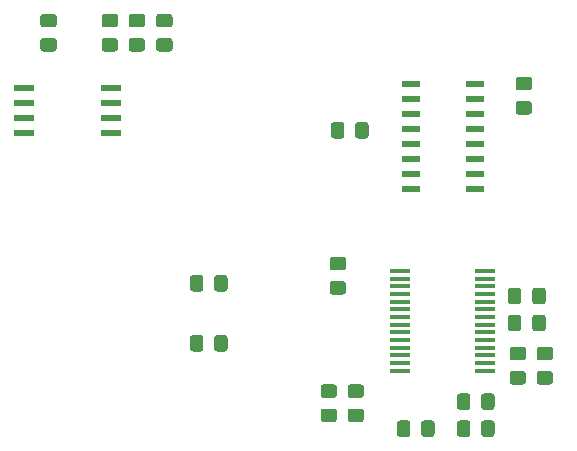
<source format=gbr>
%TF.GenerationSoftware,KiCad,Pcbnew,5.99.0+really5.1.10+dfsg1-1*%
%TF.CreationDate,2022-01-03T15:11:42+11:00*%
%TF.ProjectId,els,656c732e-6b69-4636-9164-5f7063625858,v0.1*%
%TF.SameCoordinates,PX3938700PY8a48640*%
%TF.FileFunction,Paste,Top*%
%TF.FilePolarity,Positive*%
%FSLAX46Y46*%
G04 Gerber Fmt 4.6, Leading zero omitted, Abs format (unit mm)*
G04 Created by KiCad (PCBNEW 5.99.0+really5.1.10+dfsg1-1) date 2022-01-03 15:11:42*
%MOMM*%
%LPD*%
G01*
G04 APERTURE LIST*
%ADD10R,1.750000X0.450000*%
%ADD11R,1.500000X0.600000*%
%ADD12R,1.750000X0.550000*%
G04 APERTURE END LIST*
%TO.C,R6*%
G36*
G01*
X77250001Y69500000D02*
X76349999Y69500000D01*
G75*
G02*
X76100000Y69749999I0J249999D01*
G01*
X76100000Y70400001D01*
G75*
G02*
X76349999Y70650000I249999J0D01*
G01*
X77250001Y70650000D01*
G75*
G02*
X77500000Y70400001I0J-249999D01*
G01*
X77500000Y69749999D01*
G75*
G02*
X77250001Y69500000I-249999J0D01*
G01*
G37*
G36*
G01*
X77250001Y67450000D02*
X76349999Y67450000D01*
G75*
G02*
X76100000Y67699999I0J249999D01*
G01*
X76100000Y68350001D01*
G75*
G02*
X76349999Y68600000I249999J0D01*
G01*
X77250001Y68600000D01*
G75*
G02*
X77500000Y68350001I0J-249999D01*
G01*
X77500000Y67699999D01*
G75*
G02*
X77250001Y67450000I-249999J0D01*
G01*
G37*
%TD*%
%TO.C,R1*%
G36*
G01*
X86149999Y68600000D02*
X87050001Y68600000D01*
G75*
G02*
X87300000Y68350001I0J-249999D01*
G01*
X87300000Y67699999D01*
G75*
G02*
X87050001Y67450000I-249999J0D01*
G01*
X86149999Y67450000D01*
G75*
G02*
X85900000Y67699999I0J249999D01*
G01*
X85900000Y68350001D01*
G75*
G02*
X86149999Y68600000I249999J0D01*
G01*
G37*
G36*
G01*
X86149999Y70650000D02*
X87050001Y70650000D01*
G75*
G02*
X87300000Y70400001I0J-249999D01*
G01*
X87300000Y69749999D01*
G75*
G02*
X87050001Y69500000I-249999J0D01*
G01*
X86149999Y69500000D01*
G75*
G02*
X85900000Y69749999I0J249999D01*
G01*
X85900000Y70400001D01*
G75*
G02*
X86149999Y70650000I249999J0D01*
G01*
G37*
%TD*%
D10*
%TO.C,U4*%
X113780000Y48895000D03*
X113780000Y48245000D03*
X113780000Y47595000D03*
X113780000Y46945000D03*
X113780000Y46295000D03*
X113780000Y45645000D03*
X113780000Y44995000D03*
X113780000Y44345000D03*
X113780000Y43695000D03*
X113780000Y43045000D03*
X113780000Y42395000D03*
X113780000Y41745000D03*
X113780000Y41095000D03*
X113780000Y40445000D03*
X106580000Y40445000D03*
X106580000Y41095000D03*
X106580000Y41745000D03*
X106580000Y42395000D03*
X106580000Y43045000D03*
X106580000Y43695000D03*
X106580000Y44345000D03*
X106580000Y44995000D03*
X106580000Y45645000D03*
X106580000Y46295000D03*
X106580000Y46945000D03*
X106580000Y47595000D03*
X106580000Y48245000D03*
X106580000Y48895000D03*
%TD*%
D11*
%TO.C,U3*%
X112880000Y64672500D03*
X112880000Y63402500D03*
X112880000Y62132500D03*
X112880000Y60862500D03*
X112880000Y59592500D03*
X112880000Y58322500D03*
X112880000Y57052500D03*
X112880000Y55782500D03*
X107480000Y55782500D03*
X107480000Y57052500D03*
X107480000Y58322500D03*
X107480000Y59592500D03*
X107480000Y60862500D03*
X107480000Y62132500D03*
X107480000Y63402500D03*
X107480000Y64672500D03*
%TD*%
D12*
%TO.C,U2*%
X82130000Y64355000D03*
X82130000Y63085000D03*
X82130000Y61815000D03*
X82130000Y60545000D03*
X74730000Y60545000D03*
X74730000Y61815000D03*
X74730000Y63085000D03*
X74730000Y64355000D03*
%TD*%
%TO.C,R5*%
G36*
G01*
X118365999Y40410000D02*
X119266001Y40410000D01*
G75*
G02*
X119516000Y40160001I0J-249999D01*
G01*
X119516000Y39509999D01*
G75*
G02*
X119266001Y39260000I-249999J0D01*
G01*
X118365999Y39260000D01*
G75*
G02*
X118116000Y39509999I0J249999D01*
G01*
X118116000Y40160001D01*
G75*
G02*
X118365999Y40410000I249999J0D01*
G01*
G37*
G36*
G01*
X118365999Y42460000D02*
X119266001Y42460000D01*
G75*
G02*
X119516000Y42210001I0J-249999D01*
G01*
X119516000Y41559999D01*
G75*
G02*
X119266001Y41310000I-249999J0D01*
G01*
X118365999Y41310000D01*
G75*
G02*
X118116000Y41559999I0J249999D01*
G01*
X118116000Y42210001D01*
G75*
G02*
X118365999Y42460000I249999J0D01*
G01*
G37*
%TD*%
%TO.C,R4*%
G36*
G01*
X116079999Y40410000D02*
X116980001Y40410000D01*
G75*
G02*
X117230000Y40160001I0J-249999D01*
G01*
X117230000Y39509999D01*
G75*
G02*
X116980001Y39260000I-249999J0D01*
G01*
X116079999Y39260000D01*
G75*
G02*
X115830000Y39509999I0J249999D01*
G01*
X115830000Y40160001D01*
G75*
G02*
X116079999Y40410000I249999J0D01*
G01*
G37*
G36*
G01*
X116079999Y42460000D02*
X116980001Y42460000D01*
G75*
G02*
X117230000Y42210001I0J-249999D01*
G01*
X117230000Y41559999D01*
G75*
G02*
X116980001Y41310000I-249999J0D01*
G01*
X116079999Y41310000D01*
G75*
G02*
X115830000Y41559999I0J249999D01*
G01*
X115830000Y42210001D01*
G75*
G02*
X116079999Y42460000I249999J0D01*
G01*
G37*
%TD*%
%TO.C,R3*%
G36*
G01*
X101740001Y48930000D02*
X100839999Y48930000D01*
G75*
G02*
X100590000Y49179999I0J249999D01*
G01*
X100590000Y49830001D01*
G75*
G02*
X100839999Y50080000I249999J0D01*
G01*
X101740001Y50080000D01*
G75*
G02*
X101990000Y49830001I0J-249999D01*
G01*
X101990000Y49179999D01*
G75*
G02*
X101740001Y48930000I-249999J0D01*
G01*
G37*
G36*
G01*
X101740001Y46880000D02*
X100839999Y46880000D01*
G75*
G02*
X100590000Y47129999I0J249999D01*
G01*
X100590000Y47780001D01*
G75*
G02*
X100839999Y48030000I249999J0D01*
G01*
X101740001Y48030000D01*
G75*
G02*
X101990000Y47780001I0J-249999D01*
G01*
X101990000Y47129999D01*
G75*
G02*
X101740001Y46880000I-249999J0D01*
G01*
G37*
%TD*%
%TO.C,R2*%
G36*
G01*
X102363999Y37235000D02*
X103264001Y37235000D01*
G75*
G02*
X103514000Y36985001I0J-249999D01*
G01*
X103514000Y36334999D01*
G75*
G02*
X103264001Y36085000I-249999J0D01*
G01*
X102363999Y36085000D01*
G75*
G02*
X102114000Y36334999I0J249999D01*
G01*
X102114000Y36985001D01*
G75*
G02*
X102363999Y37235000I249999J0D01*
G01*
G37*
G36*
G01*
X102363999Y39285000D02*
X103264001Y39285000D01*
G75*
G02*
X103514000Y39035001I0J-249999D01*
G01*
X103514000Y38384999D01*
G75*
G02*
X103264001Y38135000I-249999J0D01*
G01*
X102363999Y38135000D01*
G75*
G02*
X102114000Y38384999I0J249999D01*
G01*
X102114000Y39035001D01*
G75*
G02*
X102363999Y39285000I249999J0D01*
G01*
G37*
%TD*%
%TO.C,C12*%
G36*
G01*
X89918000Y48295001D02*
X89918000Y47394999D01*
G75*
G02*
X89668001Y47145000I-249999J0D01*
G01*
X89017999Y47145000D01*
G75*
G02*
X88768000Y47394999I0J249999D01*
G01*
X88768000Y48295001D01*
G75*
G02*
X89017999Y48545000I249999J0D01*
G01*
X89668001Y48545000D01*
G75*
G02*
X89918000Y48295001I0J-249999D01*
G01*
G37*
G36*
G01*
X91968000Y48295001D02*
X91968000Y47394999D01*
G75*
G02*
X91718001Y47145000I-249999J0D01*
G01*
X91067999Y47145000D01*
G75*
G02*
X90818000Y47394999I0J249999D01*
G01*
X90818000Y48295001D01*
G75*
G02*
X91067999Y48545000I249999J0D01*
G01*
X91718001Y48545000D01*
G75*
G02*
X91968000Y48295001I0J-249999D01*
G01*
G37*
%TD*%
%TO.C,C11*%
G36*
G01*
X89918000Y43215001D02*
X89918000Y42314999D01*
G75*
G02*
X89668001Y42065000I-249999J0D01*
G01*
X89017999Y42065000D01*
G75*
G02*
X88768000Y42314999I0J249999D01*
G01*
X88768000Y43215001D01*
G75*
G02*
X89017999Y43465000I249999J0D01*
G01*
X89668001Y43465000D01*
G75*
G02*
X89918000Y43215001I0J-249999D01*
G01*
G37*
G36*
G01*
X91968000Y43215001D02*
X91968000Y42314999D01*
G75*
G02*
X91718001Y42065000I-249999J0D01*
G01*
X91067999Y42065000D01*
G75*
G02*
X90818000Y42314999I0J249999D01*
G01*
X90818000Y43215001D01*
G75*
G02*
X91067999Y43465000I249999J0D01*
G01*
X91718001Y43465000D01*
G75*
G02*
X91968000Y43215001I0J-249999D01*
G01*
G37*
%TD*%
%TO.C,C10*%
G36*
G01*
X107444000Y35976001D02*
X107444000Y35075999D01*
G75*
G02*
X107194001Y34826000I-249999J0D01*
G01*
X106543999Y34826000D01*
G75*
G02*
X106294000Y35075999I0J249999D01*
G01*
X106294000Y35976001D01*
G75*
G02*
X106543999Y36226000I249999J0D01*
G01*
X107194001Y36226000D01*
G75*
G02*
X107444000Y35976001I0J-249999D01*
G01*
G37*
G36*
G01*
X109494000Y35976001D02*
X109494000Y35075999D01*
G75*
G02*
X109244001Y34826000I-249999J0D01*
G01*
X108593999Y34826000D01*
G75*
G02*
X108344000Y35075999I0J249999D01*
G01*
X108344000Y35976001D01*
G75*
G02*
X108593999Y36226000I249999J0D01*
G01*
X109244001Y36226000D01*
G75*
G02*
X109494000Y35976001I0J-249999D01*
G01*
G37*
%TD*%
%TO.C,C9*%
G36*
G01*
X113424000Y35075999D02*
X113424000Y35976001D01*
G75*
G02*
X113673999Y36226000I249999J0D01*
G01*
X114324001Y36226000D01*
G75*
G02*
X114574000Y35976001I0J-249999D01*
G01*
X114574000Y35075999D01*
G75*
G02*
X114324001Y34826000I-249999J0D01*
G01*
X113673999Y34826000D01*
G75*
G02*
X113424000Y35075999I0J249999D01*
G01*
G37*
G36*
G01*
X111374000Y35075999D02*
X111374000Y35976001D01*
G75*
G02*
X111623999Y36226000I249999J0D01*
G01*
X112274001Y36226000D01*
G75*
G02*
X112524000Y35976001I0J-249999D01*
G01*
X112524000Y35075999D01*
G75*
G02*
X112274001Y34826000I-249999J0D01*
G01*
X111623999Y34826000D01*
G75*
G02*
X111374000Y35075999I0J249999D01*
G01*
G37*
%TD*%
%TO.C,C8*%
G36*
G01*
X113424000Y37361999D02*
X113424000Y38262001D01*
G75*
G02*
X113673999Y38512000I249999J0D01*
G01*
X114324001Y38512000D01*
G75*
G02*
X114574000Y38262001I0J-249999D01*
G01*
X114574000Y37361999D01*
G75*
G02*
X114324001Y37112000I-249999J0D01*
G01*
X113673999Y37112000D01*
G75*
G02*
X113424000Y37361999I0J249999D01*
G01*
G37*
G36*
G01*
X111374000Y37361999D02*
X111374000Y38262001D01*
G75*
G02*
X111623999Y38512000I249999J0D01*
G01*
X112274001Y38512000D01*
G75*
G02*
X112524000Y38262001I0J-249999D01*
G01*
X112524000Y37361999D01*
G75*
G02*
X112274001Y37112000I-249999J0D01*
G01*
X111623999Y37112000D01*
G75*
G02*
X111374000Y37361999I0J249999D01*
G01*
G37*
%TD*%
%TO.C,C7*%
G36*
G01*
X117742000Y44029499D02*
X117742000Y44929501D01*
G75*
G02*
X117991999Y45179500I249999J0D01*
G01*
X118642001Y45179500D01*
G75*
G02*
X118892000Y44929501I0J-249999D01*
G01*
X118892000Y44029499D01*
G75*
G02*
X118642001Y43779500I-249999J0D01*
G01*
X117991999Y43779500D01*
G75*
G02*
X117742000Y44029499I0J249999D01*
G01*
G37*
G36*
G01*
X115692000Y44029499D02*
X115692000Y44929501D01*
G75*
G02*
X115941999Y45179500I249999J0D01*
G01*
X116592001Y45179500D01*
G75*
G02*
X116842000Y44929501I0J-249999D01*
G01*
X116842000Y44029499D01*
G75*
G02*
X116592001Y43779500I-249999J0D01*
G01*
X115941999Y43779500D01*
G75*
G02*
X115692000Y44029499I0J249999D01*
G01*
G37*
%TD*%
%TO.C,C6*%
G36*
G01*
X117742000Y46315499D02*
X117742000Y47215501D01*
G75*
G02*
X117991999Y47465500I249999J0D01*
G01*
X118642001Y47465500D01*
G75*
G02*
X118892000Y47215501I0J-249999D01*
G01*
X118892000Y46315499D01*
G75*
G02*
X118642001Y46065500I-249999J0D01*
G01*
X117991999Y46065500D01*
G75*
G02*
X117742000Y46315499I0J249999D01*
G01*
G37*
G36*
G01*
X115692000Y46315499D02*
X115692000Y47215501D01*
G75*
G02*
X115941999Y47465500I249999J0D01*
G01*
X116592001Y47465500D01*
G75*
G02*
X116842000Y47215501I0J-249999D01*
G01*
X116842000Y46315499D01*
G75*
G02*
X116592001Y46065500I-249999J0D01*
G01*
X115941999Y46065500D01*
G75*
G02*
X115692000Y46315499I0J249999D01*
G01*
G37*
%TD*%
%TO.C,C5*%
G36*
G01*
X100077999Y37235000D02*
X100978001Y37235000D01*
G75*
G02*
X101228000Y36985001I0J-249999D01*
G01*
X101228000Y36334999D01*
G75*
G02*
X100978001Y36085000I-249999J0D01*
G01*
X100077999Y36085000D01*
G75*
G02*
X99828000Y36334999I0J249999D01*
G01*
X99828000Y36985001D01*
G75*
G02*
X100077999Y37235000I249999J0D01*
G01*
G37*
G36*
G01*
X100077999Y39285000D02*
X100978001Y39285000D01*
G75*
G02*
X101228000Y39035001I0J-249999D01*
G01*
X101228000Y38384999D01*
G75*
G02*
X100978001Y38135000I-249999J0D01*
G01*
X100077999Y38135000D01*
G75*
G02*
X99828000Y38384999I0J249999D01*
G01*
X99828000Y39035001D01*
G75*
G02*
X100077999Y39285000I249999J0D01*
G01*
G37*
%TD*%
%TO.C,C4*%
G36*
G01*
X116587999Y63270000D02*
X117488001Y63270000D01*
G75*
G02*
X117738000Y63020001I0J-249999D01*
G01*
X117738000Y62369999D01*
G75*
G02*
X117488001Y62120000I-249999J0D01*
G01*
X116587999Y62120000D01*
G75*
G02*
X116338000Y62369999I0J249999D01*
G01*
X116338000Y63020001D01*
G75*
G02*
X116587999Y63270000I249999J0D01*
G01*
G37*
G36*
G01*
X116587999Y65320000D02*
X117488001Y65320000D01*
G75*
G02*
X117738000Y65070001I0J-249999D01*
G01*
X117738000Y64419999D01*
G75*
G02*
X117488001Y64170000I-249999J0D01*
G01*
X116587999Y64170000D01*
G75*
G02*
X116338000Y64419999I0J249999D01*
G01*
X116338000Y65070001D01*
G75*
G02*
X116587999Y65320000I249999J0D01*
G01*
G37*
%TD*%
%TO.C,C3*%
G36*
G01*
X84722001Y69504000D02*
X83821999Y69504000D01*
G75*
G02*
X83572000Y69753999I0J249999D01*
G01*
X83572000Y70404001D01*
G75*
G02*
X83821999Y70654000I249999J0D01*
G01*
X84722001Y70654000D01*
G75*
G02*
X84972000Y70404001I0J-249999D01*
G01*
X84972000Y69753999D01*
G75*
G02*
X84722001Y69504000I-249999J0D01*
G01*
G37*
G36*
G01*
X84722001Y67454000D02*
X83821999Y67454000D01*
G75*
G02*
X83572000Y67703999I0J249999D01*
G01*
X83572000Y68354001D01*
G75*
G02*
X83821999Y68604000I249999J0D01*
G01*
X84722001Y68604000D01*
G75*
G02*
X84972000Y68354001I0J-249999D01*
G01*
X84972000Y67703999D01*
G75*
G02*
X84722001Y67454000I-249999J0D01*
G01*
G37*
%TD*%
%TO.C,C2*%
G36*
G01*
X82436001Y69504000D02*
X81535999Y69504000D01*
G75*
G02*
X81286000Y69753999I0J249999D01*
G01*
X81286000Y70404001D01*
G75*
G02*
X81535999Y70654000I249999J0D01*
G01*
X82436001Y70654000D01*
G75*
G02*
X82686000Y70404001I0J-249999D01*
G01*
X82686000Y69753999D01*
G75*
G02*
X82436001Y69504000I-249999J0D01*
G01*
G37*
G36*
G01*
X82436001Y67454000D02*
X81535999Y67454000D01*
G75*
G02*
X81286000Y67703999I0J249999D01*
G01*
X81286000Y68354001D01*
G75*
G02*
X81535999Y68604000I249999J0D01*
G01*
X82436001Y68604000D01*
G75*
G02*
X82686000Y68354001I0J-249999D01*
G01*
X82686000Y67703999D01*
G75*
G02*
X82436001Y67454000I-249999J0D01*
G01*
G37*
%TD*%
%TO.C,C1*%
G36*
G01*
X101856000Y61249001D02*
X101856000Y60348999D01*
G75*
G02*
X101606001Y60099000I-249999J0D01*
G01*
X100955999Y60099000D01*
G75*
G02*
X100706000Y60348999I0J249999D01*
G01*
X100706000Y61249001D01*
G75*
G02*
X100955999Y61499000I249999J0D01*
G01*
X101606001Y61499000D01*
G75*
G02*
X101856000Y61249001I0J-249999D01*
G01*
G37*
G36*
G01*
X103906000Y61249001D02*
X103906000Y60348999D01*
G75*
G02*
X103656001Y60099000I-249999J0D01*
G01*
X103005999Y60099000D01*
G75*
G02*
X102756000Y60348999I0J249999D01*
G01*
X102756000Y61249001D01*
G75*
G02*
X103005999Y61499000I249999J0D01*
G01*
X103656001Y61499000D01*
G75*
G02*
X103906000Y61249001I0J-249999D01*
G01*
G37*
%TD*%
M02*

</source>
